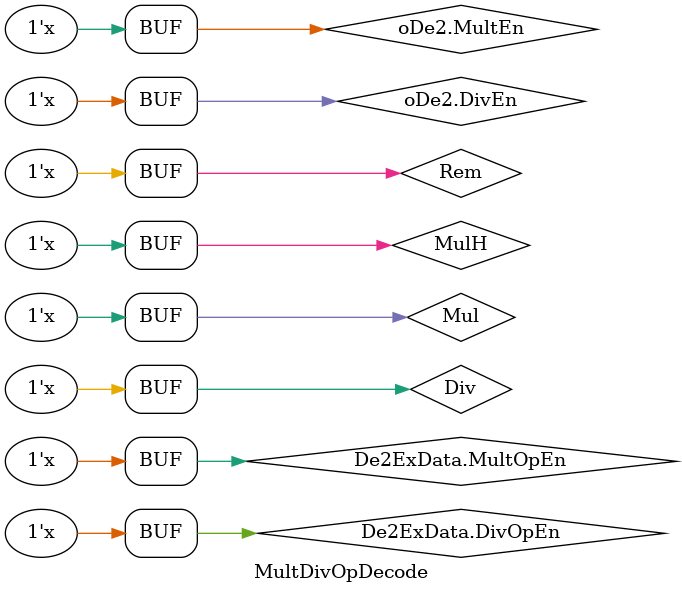
<source format=sv>
module MultDivOpDecode
(
  InsBitDispatchIfl.De2 iIns,
  De2Ifs.De2 oDe2,
  ExIfs.De2 De2ExData
);

  //input op, input funct3, input funct7
  //output AddEn,output MultEn,output DivEn,output BitEn,output ShiftEn,output MemEn,output BjEn
  //output AddOpEn,output BitOpEn,output ShiftOpEn,output MultOpEn,output DivOpEn,output MemOpEn,output BjOpEn
 
  //generate MultDiv En

  assign oDe2.MultEn = !iIns.funct3[2];
  assign oDe2.DivEn =   iIns.funct3[2];

  //generate MultDiv OpEn
  wire Rem = iIns.funct3[2:1] == 2'b11;
  wire Div = iIns.funct3[2:1] == 2'b10;
  assign De2ExData.DivOpEn = {Div,Rem};

  wire Mul  = iIns.funct3[2:0] == 3'b000;
  wire MulH = !iIns.funct3[2] & !Mul;
  assign De2ExData.MultOpEn = {Mul,MulH}; 
  
  endmodule 

</source>
